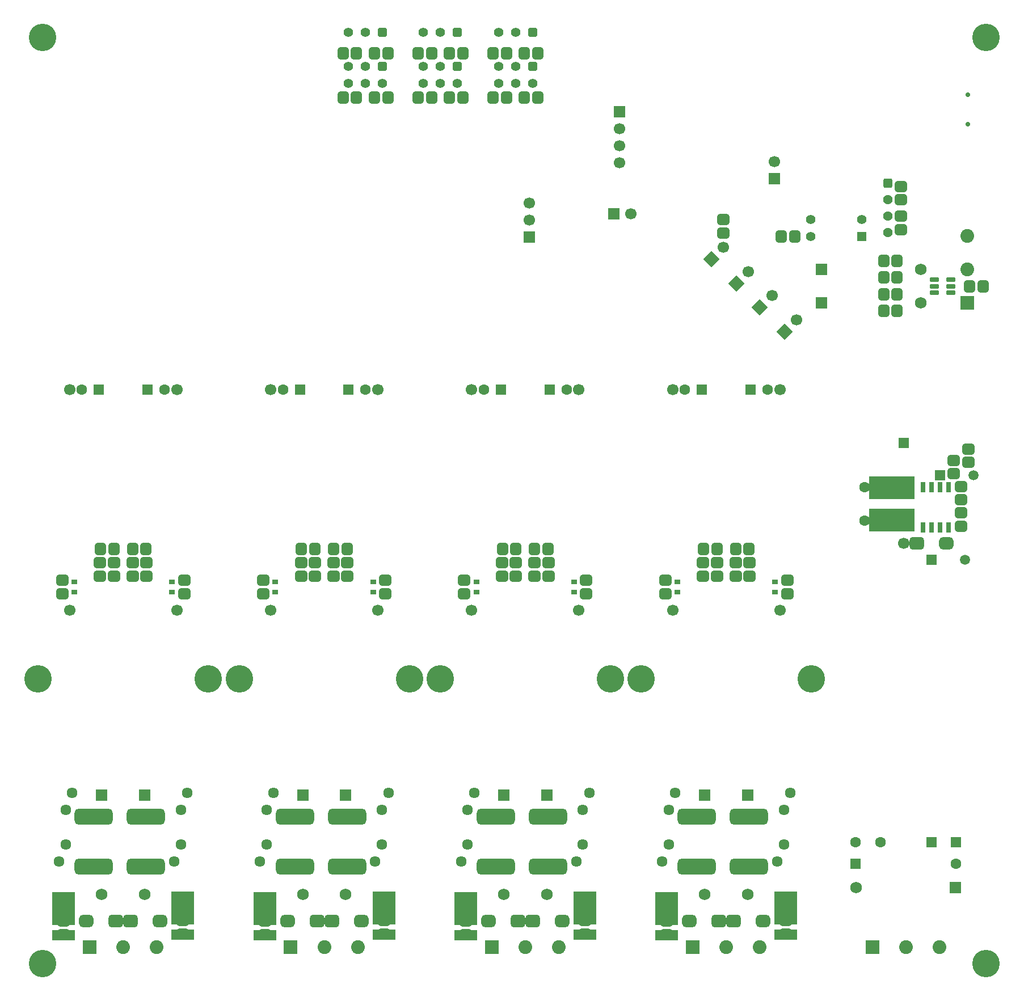
<source format=gbs>
G04*
G04 #@! TF.GenerationSoftware,Altium Limited,Altium Designer,20.1.14 (287)*
G04*
G04 Layer_Color=8421376*
%FSLAX44Y44*%
%MOMM*%
G71*
G04*
G04 #@! TF.SameCoordinates,3D168701-3FA7-4EF5-9C64-F6DF4846A73D*
G04*
G04*
G04 #@! TF.FilePolarity,Negative*
G04*
G01*
G75*
G04:AMPARAMS|DCode=46|XSize=2.12mm|YSize=1.78mm|CornerRadius=0.47mm|HoleSize=0mm|Usage=FLASHONLY|Rotation=180.000|XOffset=0mm|YOffset=0mm|HoleType=Round|Shape=RoundedRectangle|*
%AMROUNDEDRECTD46*
21,1,2.1200,0.8400,0,0,180.0*
21,1,1.1800,1.7800,0,0,180.0*
1,1,0.9400,-0.5900,0.4200*
1,1,0.9400,0.5900,0.4200*
1,1,0.9400,0.5900,-0.4200*
1,1,0.9400,-0.5900,-0.4200*
%
%ADD46ROUNDEDRECTD46*%
G04:AMPARAMS|DCode=50|XSize=1.7mm|YSize=1.85mm|CornerRadius=0.45mm|HoleSize=0mm|Usage=FLASHONLY|Rotation=270.000|XOffset=0mm|YOffset=0mm|HoleType=Round|Shape=RoundedRectangle|*
%AMROUNDEDRECTD50*
21,1,1.7000,0.9500,0,0,270.0*
21,1,0.8000,1.8500,0,0,270.0*
1,1,0.9000,-0.4750,-0.4000*
1,1,0.9000,-0.4750,0.4000*
1,1,0.9000,0.4750,0.4000*
1,1,0.9000,0.4750,-0.4000*
%
%ADD50ROUNDEDRECTD50*%
G04:AMPARAMS|DCode=53|XSize=1.7mm|YSize=1.85mm|CornerRadius=0.45mm|HoleSize=0mm|Usage=FLASHONLY|Rotation=0.000|XOffset=0mm|YOffset=0mm|HoleType=Round|Shape=RoundedRectangle|*
%AMROUNDEDRECTD53*
21,1,1.7000,0.9500,0,0,0.0*
21,1,0.8000,1.8500,0,0,0.0*
1,1,0.9000,0.4000,-0.4750*
1,1,0.9000,-0.4000,-0.4750*
1,1,0.9000,-0.4000,0.4750*
1,1,0.9000,0.4000,0.4750*
%
%ADD53ROUNDEDRECTD53*%
%ADD59C,0.7000*%
%ADD60C,1.4000*%
G04:AMPARAMS|DCode=61|XSize=1.4mm|YSize=1.4mm|CornerRadius=0.375mm|HoleSize=0mm|Usage=FLASHONLY|Rotation=270.000|XOffset=0mm|YOffset=0mm|HoleType=Round|Shape=RoundedRectangle|*
%AMROUNDEDRECTD61*
21,1,1.4000,0.6500,0,0,270.0*
21,1,0.6500,1.4000,0,0,270.0*
1,1,0.7500,-0.3250,-0.3250*
1,1,0.7500,-0.3250,0.3250*
1,1,0.7500,0.3250,0.3250*
1,1,0.7500,0.3250,-0.3250*
%
%ADD61ROUNDEDRECTD61*%
%ADD62R,1.4000X1.4000*%
%ADD63C,1.4370*%
G04:AMPARAMS|DCode=64|XSize=1.437mm|YSize=1.437mm|CornerRadius=0.3843mm|HoleSize=0mm|Usage=FLASHONLY|Rotation=270.000|XOffset=0mm|YOffset=0mm|HoleType=Round|Shape=RoundedRectangle|*
%AMROUNDEDRECTD64*
21,1,1.4370,0.6685,0,0,270.0*
21,1,0.6685,1.4370,0,0,270.0*
1,1,0.7685,-0.3343,-0.3343*
1,1,0.7685,-0.3343,0.3343*
1,1,0.7685,0.3343,0.3343*
1,1,0.7685,0.3343,-0.3343*
%
%ADD64ROUNDEDRECTD64*%
%ADD65C,1.7000*%
%ADD66R,1.7000X1.7000*%
%ADD67P,2.4042X4X270.0*%
%ADD68R,1.5000X1.5000*%
%ADD69C,1.5000*%
%ADD70C,1.6000*%
%ADD71R,1.6000X1.6000*%
%ADD72C,1.7500*%
%ADD73R,1.7500X1.7500*%
%ADD74R,1.6000X1.6000*%
%ADD75R,1.7500X1.7500*%
%ADD76C,1.6150*%
%ADD77C,2.0500*%
%ADD78R,2.0500X2.0500*%
%ADD79R,2.0500X2.0500*%
%ADD80C,4.1000*%
%ADD81R,1.7000X1.7000*%
G04:AMPARAMS|DCode=114|XSize=1.35mm|YSize=0.7mm|CornerRadius=0.2mm|HoleSize=0mm|Usage=FLASHONLY|Rotation=0.000|XOffset=0mm|YOffset=0mm|HoleType=Round|Shape=RoundedRectangle|*
%AMROUNDEDRECTD114*
21,1,1.3500,0.3000,0,0,0.0*
21,1,0.9500,0.7000,0,0,0.0*
1,1,0.4000,0.4750,-0.1500*
1,1,0.4000,-0.4750,-0.1500*
1,1,0.4000,-0.4750,0.1500*
1,1,0.4000,0.4750,0.1500*
%
%ADD114ROUNDEDRECTD114*%
%ADD115R,0.7000X1.5000*%
G04:AMPARAMS|DCode=116|XSize=2.22mm|YSize=1.88mm|CornerRadius=0.52mm|HoleSize=0mm|Usage=FLASHONLY|Rotation=180.000|XOffset=0mm|YOffset=0mm|HoleType=Round|Shape=RoundedRectangle|*
%AMROUNDEDRECTD116*
21,1,2.2200,0.8400,0,0,180.0*
21,1,1.1800,1.8800,0,0,180.0*
1,1,1.0400,-0.5900,0.4200*
1,1,1.0400,0.5900,0.4200*
1,1,1.0400,0.5900,-0.4200*
1,1,1.0400,-0.5900,-0.4200*
%
%ADD116ROUNDEDRECTD116*%
%ADD117R,6.7500X3.4000*%
G04:AMPARAMS|DCode=118|XSize=0.9mm|YSize=0.7mm|CornerRadius=0.2mm|HoleSize=0mm|Usage=FLASHONLY|Rotation=180.000|XOffset=0mm|YOffset=0mm|HoleType=Round|Shape=RoundedRectangle|*
%AMROUNDEDRECTD118*
21,1,0.9000,0.3000,0,0,180.0*
21,1,0.5000,0.7000,0,0,180.0*
1,1,0.4000,-0.2500,0.1500*
1,1,0.4000,0.2500,0.1500*
1,1,0.4000,0.2500,-0.1500*
1,1,0.4000,-0.2500,-0.1500*
%
%ADD118ROUNDEDRECTD118*%
G04:AMPARAMS|DCode=119|XSize=5.7mm|YSize=2.4mm|CornerRadius=0.625mm|HoleSize=0mm|Usage=FLASHONLY|Rotation=180.000|XOffset=0mm|YOffset=0mm|HoleType=Round|Shape=RoundedRectangle|*
%AMROUNDEDRECTD119*
21,1,5.7000,1.1500,0,0,180.0*
21,1,4.4500,2.4000,0,0,180.0*
1,1,1.2500,-2.2250,0.5750*
1,1,1.2500,2.2250,0.5750*
1,1,1.2500,2.2250,-0.5750*
1,1,1.2500,-2.2250,-0.5750*
%
%ADD119ROUNDEDRECTD119*%
%ADD120R,3.4600X4.9600*%
%ADD121R,1.4900X1.5000*%
D46*
X1574000Y823000D02*
D03*
X291000Y259000D02*
D03*
X591000D02*
D03*
X891000D02*
D03*
X1191000D02*
D03*
X401000D02*
D03*
X701000D02*
D03*
X1001000D02*
D03*
X1301000D02*
D03*
D50*
X1507000Y1336000D02*
D03*
Y1356000D02*
D03*
Y1311500D02*
D03*
Y1291500D02*
D03*
X1607000Y944000D02*
D03*
Y964000D02*
D03*
X1596000Y888000D02*
D03*
Y908000D02*
D03*
X1585000Y927000D02*
D03*
Y947000D02*
D03*
X1596000Y869000D02*
D03*
Y849000D02*
D03*
X1241914Y1286400D02*
D03*
Y1306400D02*
D03*
X257251Y259000D02*
D03*
Y239000D02*
D03*
X557251D02*
D03*
Y259000D02*
D03*
X857251Y239000D02*
D03*
Y259000D02*
D03*
X1157251Y239000D02*
D03*
Y259000D02*
D03*
X435000Y260000D02*
D03*
Y240000D02*
D03*
X735000D02*
D03*
Y260000D02*
D03*
X1035000Y240000D02*
D03*
Y260000D02*
D03*
X1335000Y240000D02*
D03*
Y260000D02*
D03*
X311501Y794401D02*
D03*
Y774401D02*
D03*
X611501D02*
D03*
Y794401D02*
D03*
X911501Y774401D02*
D03*
Y794401D02*
D03*
X1211501Y774401D02*
D03*
Y794401D02*
D03*
X380501Y794401D02*
D03*
Y774401D02*
D03*
X680501D02*
D03*
Y794401D02*
D03*
X980501Y774401D02*
D03*
Y794401D02*
D03*
X1280501Y774401D02*
D03*
Y794401D02*
D03*
X332000Y794401D02*
D03*
Y774401D02*
D03*
X632000D02*
D03*
Y794401D02*
D03*
X932000Y774401D02*
D03*
Y794401D02*
D03*
X1232000Y774401D02*
D03*
Y794401D02*
D03*
X360000Y794401D02*
D03*
Y774401D02*
D03*
X660000D02*
D03*
Y794401D02*
D03*
X960000Y774401D02*
D03*
Y794401D02*
D03*
X1260000Y774401D02*
D03*
Y794401D02*
D03*
X437000Y768000D02*
D03*
Y748000D02*
D03*
X737000Y768000D02*
D03*
Y748000D02*
D03*
X1037000Y768000D02*
D03*
Y748000D02*
D03*
X1337000Y768000D02*
D03*
Y748000D02*
D03*
X255000Y768000D02*
D03*
Y748000D02*
D03*
X555000Y768000D02*
D03*
Y748000D02*
D03*
X855000Y768000D02*
D03*
Y748000D02*
D03*
X1155000Y768000D02*
D03*
Y748000D02*
D03*
D53*
X1501000Y1220000D02*
D03*
X1481000D02*
D03*
X1501000Y1170000D02*
D03*
X1481000D02*
D03*
X1501000Y1195000D02*
D03*
X1481000D02*
D03*
X1348000Y1281000D02*
D03*
X1328000Y1281000D02*
D03*
X1501000Y1245000D02*
D03*
X1481000D02*
D03*
X1629000Y1207000D02*
D03*
X1609000D02*
D03*
X721000Y1555000D02*
D03*
X741000D02*
D03*
X721000Y1489000D02*
D03*
X741000D02*
D03*
X694000Y1555000D02*
D03*
X674000D02*
D03*
X694000Y1489000D02*
D03*
X674000D02*
D03*
X833000Y1555000D02*
D03*
X853000D02*
D03*
X833000Y1489000D02*
D03*
X853000D02*
D03*
X806000Y1555000D02*
D03*
X786000D02*
D03*
X806000Y1489000D02*
D03*
X786000D02*
D03*
X944800Y1555000D02*
D03*
X964800D02*
D03*
X944800Y1489000D02*
D03*
X964800D02*
D03*
X918000Y1555000D02*
D03*
X898000D02*
D03*
X918000Y1489000D02*
D03*
X898000D02*
D03*
X332000Y814401D02*
D03*
X312000D02*
D03*
X612000D02*
D03*
X632000D02*
D03*
X912000D02*
D03*
X932000D02*
D03*
X1212000D02*
D03*
X1232000D02*
D03*
X360000Y814401D02*
D03*
X380000D02*
D03*
X680000D02*
D03*
X660000D02*
D03*
X980000D02*
D03*
X960000D02*
D03*
X1280000D02*
D03*
X1260000D02*
D03*
D59*
X1606500Y1492999D02*
D03*
Y1449000D02*
D03*
D60*
X682200Y1509800D02*
D03*
X707600D02*
D03*
X733000D02*
D03*
X682200Y1586000D02*
D03*
X707600D02*
D03*
X819400D02*
D03*
X794000D02*
D03*
X844800Y1509800D02*
D03*
X819400D02*
D03*
X794000D02*
D03*
X931400Y1586000D02*
D03*
X906000D02*
D03*
X956800Y1509800D02*
D03*
X931400D02*
D03*
X906000D02*
D03*
X1448000Y1306400D02*
D03*
X1371800D02*
D03*
Y1281000D02*
D03*
X682200Y1509800D02*
D03*
X707600D02*
D03*
X733000D02*
D03*
X682200Y1535200D02*
D03*
X707600D02*
D03*
X819400D02*
D03*
X794000D02*
D03*
X844800Y1509800D02*
D03*
X819400D02*
D03*
X794000D02*
D03*
X931400Y1535200D02*
D03*
X906000D02*
D03*
X956800Y1509800D02*
D03*
X931400D02*
D03*
X906000D02*
D03*
D61*
X733000Y1586000D02*
D03*
X844800D02*
D03*
X956800D02*
D03*
X733000Y1535200D02*
D03*
X844800D02*
D03*
X956800D02*
D03*
D62*
X1448000Y1281000D02*
D03*
D63*
X1487000Y1287000D02*
D03*
Y1311500D02*
D03*
Y1336000D02*
D03*
D64*
Y1360500D02*
D03*
D65*
X1103700Y1315159D02*
D03*
X1241914Y1265461D02*
D03*
X1278684Y1228691D02*
D03*
X1314039Y1193336D02*
D03*
X1511000Y823000D02*
D03*
X1350809Y1156566D02*
D03*
X426000Y1053000D02*
D03*
Y723000D02*
D03*
X726000Y1053000D02*
D03*
Y723000D02*
D03*
X1026000D02*
D03*
Y1053000D02*
D03*
X1326000D02*
D03*
Y723000D02*
D03*
X266000Y1053000D02*
D03*
Y723000D02*
D03*
X566000Y1053000D02*
D03*
Y723000D02*
D03*
X866000D02*
D03*
Y1053000D02*
D03*
X1166000D02*
D03*
Y723000D02*
D03*
X952344Y1305944D02*
D03*
Y1331344D02*
D03*
X1318000Y1393100D02*
D03*
X1087000Y1391600D02*
D03*
Y1442400D02*
D03*
Y1417000D02*
D03*
D66*
X1078300Y1315159D02*
D03*
D67*
X1223954Y1247500D02*
D03*
X1260723Y1210730D02*
D03*
X1296079Y1175375D02*
D03*
X1332848Y1138606D02*
D03*
D68*
X1552000Y799000D02*
D03*
X1565000Y925000D02*
D03*
D69*
X1602000Y799000D02*
D03*
X1615000Y925000D02*
D03*
D70*
X1475900Y377000D02*
D03*
X1439000D02*
D03*
X1452000Y857000D02*
D03*
Y907000D02*
D03*
X284300Y1053000D02*
D03*
X584300Y1053000D02*
D03*
X884300D02*
D03*
X1184300Y1053000D02*
D03*
X407700Y1053000D02*
D03*
X707700Y1053000D02*
D03*
X1007700D02*
D03*
X1307700Y1053000D02*
D03*
X1589000Y345000D02*
D03*
D71*
X1552100Y377000D02*
D03*
X1589000D02*
D03*
X309700Y1053000D02*
D03*
X609700Y1053000D02*
D03*
X909700D02*
D03*
X1209700Y1053000D02*
D03*
X382300Y1053000D02*
D03*
X682300Y1053000D02*
D03*
X982300D02*
D03*
X1282300Y1053000D02*
D03*
X1439000Y345000D02*
D03*
D72*
X1440000Y309000D02*
D03*
X1535842Y1181750D02*
D03*
X1536000Y1232000D02*
D03*
X314000Y299000D02*
D03*
X614000D02*
D03*
X914000D02*
D03*
X1214000D02*
D03*
X378000D02*
D03*
X678000D02*
D03*
X978000D02*
D03*
X1278000D02*
D03*
D73*
X1588000Y309000D02*
D03*
X1387842Y1181750D02*
D03*
X1388000Y1232000D02*
D03*
D74*
X1511000Y973000D02*
D03*
D75*
X314000Y447000D02*
D03*
X614000D02*
D03*
X914000D02*
D03*
X1214000D02*
D03*
X378000D02*
D03*
X678000D02*
D03*
X978000D02*
D03*
X1278000D02*
D03*
D76*
X260000Y374000D02*
D03*
Y425000D02*
D03*
X560000D02*
D03*
Y374000D02*
D03*
X860000D02*
D03*
Y425000D02*
D03*
X1160000D02*
D03*
Y374000D02*
D03*
X269950Y450500D02*
D03*
X250050Y348500D02*
D03*
X550050D02*
D03*
X569950Y450500D02*
D03*
X869950D02*
D03*
X850050Y348500D02*
D03*
X1150050D02*
D03*
X1169950Y450500D02*
D03*
X432000Y374000D02*
D03*
Y425000D02*
D03*
X732000D02*
D03*
Y374000D02*
D03*
X1032000D02*
D03*
Y425000D02*
D03*
X1332000D02*
D03*
Y374000D02*
D03*
X441900Y450500D02*
D03*
X422000Y348500D02*
D03*
X722000D02*
D03*
X741900Y450500D02*
D03*
X1041900D02*
D03*
X1022000Y348500D02*
D03*
X1322000D02*
D03*
X1341900Y450500D02*
D03*
D77*
X346000Y220000D02*
D03*
X396000D02*
D03*
X646000D02*
D03*
X696000D02*
D03*
X946000D02*
D03*
X996000D02*
D03*
X1246000D02*
D03*
X1296000D02*
D03*
X1514000D02*
D03*
X1564000D02*
D03*
X1606000Y1281750D02*
D03*
Y1231750D02*
D03*
D78*
X296000Y220000D02*
D03*
X596000D02*
D03*
X896000D02*
D03*
X1196000D02*
D03*
X1464000D02*
D03*
D79*
X1606000Y1181750D02*
D03*
D80*
X226000Y1578000D02*
D03*
X1634000D02*
D03*
X226000Y196000D02*
D03*
X1634000D02*
D03*
X473000Y621000D02*
D03*
X773000D02*
D03*
X1073000D02*
D03*
X1373000D02*
D03*
X219000D02*
D03*
X519000D02*
D03*
X819000D02*
D03*
X1119000D02*
D03*
D81*
X952344Y1280544D02*
D03*
X1318000Y1367700D02*
D03*
X1087000Y1467800D02*
D03*
D114*
X1556500Y1197500D02*
D03*
Y1207000D02*
D03*
Y1216500D02*
D03*
X1581500D02*
D03*
Y1207000D02*
D03*
Y1197500D02*
D03*
D115*
X1577400Y907000D02*
D03*
X1564700D02*
D03*
X1552000D02*
D03*
X1577400Y847000D02*
D03*
X1564700D02*
D03*
X1552000D02*
D03*
X1539300Y907000D02*
D03*
Y847000D02*
D03*
D116*
X1530000Y823000D02*
D03*
X335000Y259000D02*
D03*
X635000D02*
D03*
X935000D02*
D03*
X1235000D02*
D03*
X357000D02*
D03*
X657000D02*
D03*
X957000D02*
D03*
X1257000D02*
D03*
D117*
X1493000Y858000D02*
D03*
Y906000D02*
D03*
D118*
X419000Y750500D02*
D03*
Y765500D02*
D03*
X719000Y750500D02*
D03*
Y765500D02*
D03*
X1019000Y750500D02*
D03*
Y765500D02*
D03*
X1319000Y750500D02*
D03*
Y765500D02*
D03*
X273000Y750500D02*
D03*
Y765500D02*
D03*
X573000Y750500D02*
D03*
Y765500D02*
D03*
X873000Y750500D02*
D03*
Y765500D02*
D03*
X1173000Y750500D02*
D03*
Y765500D02*
D03*
D119*
X302000Y341000D02*
D03*
Y415000D02*
D03*
X602000Y341000D02*
D03*
Y415000D02*
D03*
X902000D02*
D03*
Y341000D02*
D03*
X1202000D02*
D03*
Y415000D02*
D03*
X380000Y341000D02*
D03*
Y415000D02*
D03*
X680000Y341000D02*
D03*
Y415000D02*
D03*
X980000D02*
D03*
Y341000D02*
D03*
X1280000D02*
D03*
Y415000D02*
D03*
D120*
X257251Y277812D02*
D03*
X557251D02*
D03*
X857251D02*
D03*
X1157251D02*
D03*
X435000Y278812D02*
D03*
X735000D02*
D03*
X1035000D02*
D03*
X1335000D02*
D03*
D121*
X247853Y238188D02*
D03*
X266649Y238188D02*
D03*
X566649D02*
D03*
X547853Y238188D02*
D03*
X866649Y238188D02*
D03*
X847853Y238188D02*
D03*
X1166649Y238188D02*
D03*
X1147853Y238188D02*
D03*
X425602Y239188D02*
D03*
X444398Y239188D02*
D03*
X744398D02*
D03*
X725602Y239188D02*
D03*
X1044398Y239188D02*
D03*
X1025602Y239188D02*
D03*
X1344398Y239188D02*
D03*
X1325602Y239188D02*
D03*
M02*

</source>
